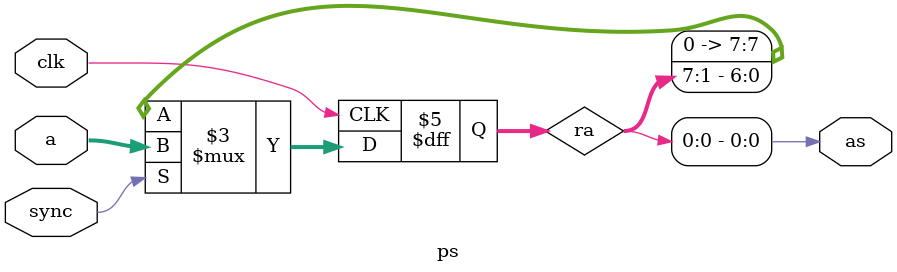
<source format=v>
module ps(input wire[7:0] a,
	  input wire  sync,
	  input wire  clk,
	  output wire as);

   reg [7:0] 	      ra;

   always @(posedge clk)
     if (sync)
       ra <= a;
     else
       ra <= {1'b0, ra[7:1]};

   assign as = ra[0];

endmodule

</source>
